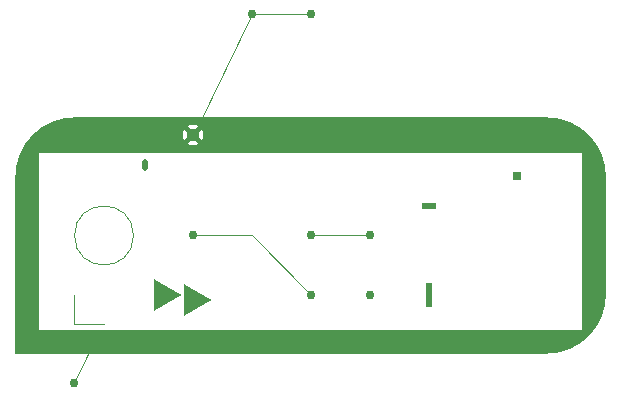
<source format=gbr>
G04 ================================================================================================
Copyright (C) 2025 Tony Luken <tonyluken62+gerberfilereader.gmail.com>

This file is part of GerberFileReader.

GerberFileReader is free software: you can redistribute it and/or modify it under the terms of
the GNU General Public License as published by the Free Software Foundation, either version 3 of
the License, or (at your option) any later version.

GerberFileReader is distributed in the hope that it will be useful, but WITHOUT ANY WARRANTY; 
without even the implied warranty of MERCHANTABILITY or FITNESS FOR A PARTICULAR PURPOSE. See the
GNU General Public License for more details.

You should have received a copy of the GNU General Public License along with GerberFileReader. If
not, see <http://www.gnu.org/licenses/>.
===================================================================================================*

G04 Demonstration of using all the different standard apertures and regions*
G04 Inspired by the example from section 2.11.2 of Ucamco's Gerber Layer Format Specification, Revision 2023.08*

G04 Format specification and units*
%FSLAX26Y26*%
%MOMM*%

G04 Define the apertures*
%AMTHERMAL180*
7,0,0,1.800,1.110,0.375,45*%
%ADD10C,0.1*%
%ADD11C,0.75*%
%ADD12R,0.75X0.75*%
%ADD13R,0.6X2.00*%
%ADD14R,1.30X0.55*%
%ADD15O,0.55X0.97*%
%ADD16P,3.12X3*%
%ADD19THERMAL180*%

G04 Draw a line that will be under everything else so we can see the behavior as we plot on top of it*
%LPD*%
D10*
G01*
X0Y-2500000D02*
X15000000Y28750000D1*

G04 Create a large dark region*
G75*
G36*
X-5000000Y0D02*
X40000000D01*
G03*
X45000000Y5000000I0J5000000D01*
G01*
Y15000000D01*
G03*
X40000000Y20000000I-5000000J0D01*
G01*
X0000000D01*
G03*
X-5000000Y15000000I0J-5000000D01*
G01*
Y0D01*
G37*

G04 Now clear an opening in the large region where we can do some drawing*
%LPC*%
G36*
X-3000000Y2000000D02*
X43000000D01*
Y17000000D01*
X-3000000D01*
Y2000000D01*
G37*

G04 Now plot some random stuff in the cleared region*
%LPD*%
D10*
X0Y5000000D02*
G01*
X0Y2500000D01*
X2500000Y2500000D01*
X10000000Y10000000D02*
X15000000D01*
X20000000Y5000000D01*
Y10000000D02*
X25000000D01*
D11*
X10000000Y10000000D03* 		
X20000000D03*
X25000000D03*
Y5000000D03*
X20000000D03*
D12*
X37500000Y15000000D03*
D13*
X30000000Y5000000D03*
D14*
Y12500000D03*
D15*
X6000000Y16000000D03*
D10*
X0Y10000000D02*
G75*
G03*
X0Y10000000I2500000J0D01*
D16*
X7500000Y5000000D03*
%LR90*%
X10000000Y4500000D03*
%LR0*%

G04 And plot some stuff outside the region as well*
D10*
G01*
X15000000Y28750000D02*
X20000000D01*
D11*
X15000000Y28750000D03*
X20000000D03*
X0Y-2500000D03*

G04 Use the Thermal aperture to create a thermal break within the dark region*
%LPC*%
D19*
X10000000Y18500000D03*

%TF.MD5,852c8d6bef25b4968cb4c331f8181a80*%
M02*
</source>
